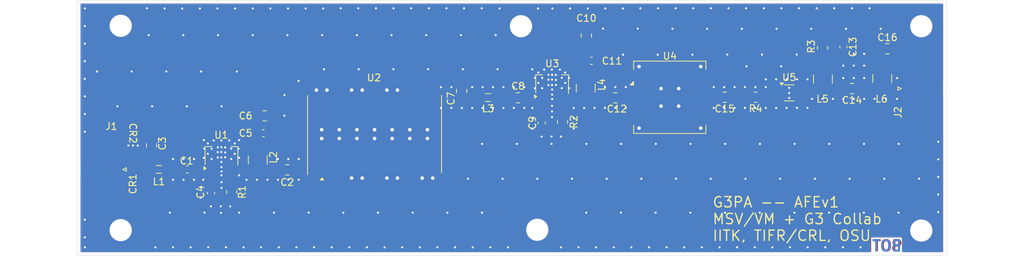
<source format=kicad_pcb>
(kicad_pcb (version 20241229) (generator "pcbnew") (generator_version "9.0")
  (layers (0 "F.Cu" signal) (2 "B.Cu" signal) (13 "F.Paste" user) (15 "B.Paste" user) (5 "F.SilkS" user "F.Silkscreen") (7 "B.SilkS" user "B.Silkscreen") (1 "F.Mask" user) (3 "B.Mask" user) (25 "Edge.Cuts" user))
  (net 0 "")
  (net 1 "Net-(C1-Pad1)")
  (net 2 "Net-(C1-Pad2)")
  (net 3 "Net-(U2-RFIN)")
  (net 4 "Net-(C2-Pad1)")
  (net 5 "GND")
  (net 6 "Net-(J1-In)")
  (net 7 "Net-(C4-Pad2)")
  (net 8 "+5V")
  (net 9 "Net-(U2-RFOUT)")
  (net 10 "Net-(C8-Pad2)")
  (net 11 "Net-(C8-Pad1)")
  (net 12 "Net-(C9-Pad2)")
  (net 13 "Net-(C12-Pad1)")
  (net 14 "Net-(U4-RF_IN)")
  (net 15 "Net-(U5-RF-OUT{slash}Vdd)")
  (net 16 "Net-(J2-In)")
  (net 17 "Net-(C15-Pad1)")
  (net 18 "Net-(U4-RF_OUT)")
  (net 19 "Net-(L5-Pad1)")
  (net 20 "Net-(U5-RF-IN)")
  (net 21 "Net-(CR1-Pad2)")
  (footprint "Resistor_SMD:R_0805_2012Metric" (layer "F.Cu") (at 156.66125 92.86 90)
    (property "Reference" "R2")
    (property "Value" "R_Small")
  )
  (footprint "MountingHole:MountingHole_3.2mm_M3_DIN965_Pad" (layer "F.Cu") (at 205.10725 79.06)
    (property "Reference" "H5" (hide yes))
    (property "Value" "MountingHole_Pad")
  )
  (footprint "Inductor_SMD:L_1210_3225Metric" (layer "F.Cu") (at 160.00625 87.99 -90)
    (property "Reference" "L4")
    (property "Value" "L_Small")
  )
  (footprint "Connector_Coaxial:SMA_Amphenol_132289_EdgeMount" (layer "F.Cu") (at 208.68225 88.06)
    (property "Reference" "J2")
    (property "Value" "Conn_Coaxial")
  )
  (footprint "MountingHole:MountingHole_3.2mm_M3_DIN965_Pad" (layer "F.Cu") (at 208.35725 108.06)
    (property "Reference" "H6" (hide yes))
    (property "Value" "MountingHole_Pad")
  )
  (footprint "MountingHole:MountingHole_3.2mm_M3_DIN965_Pad" (layer "F.Cu") (at 155.799125 105.7775)
    (property "Reference" "H4" (hide yes))
    (property "Value" "MountingHole_Pad")
  )
  (footprint "Capacitor_SMD:C_0805_2012Metric" (layer "F.Cu") (at 198.38125 88.06 180)
    (property "Reference" "C14")
    (property "Value" "C_Small")
  )
  (footprint "Package_TO_SOT_SMD:SOT-363_SC-70-6_Handsoldering" (layer "F.Cu") (at 189.33125 88.685)
    (property "Reference" "U5")
    (property "Value" "~")
  )
  (footprint "Connector_Coaxial:SMA_Amphenol_132289_EdgeMount" (layer "F.Cu") (at 90.1025 99.74 180)
    (property "Reference" "J1")
    (property "Value" "Conn_Coaxial")
  )
  (footprint "Capacitor_SMD:C_0805_2012Metric" (layer "F.Cu") (at 203.48125 82.31 180)
    (property "Reference" "C16")
    (property "Value" "C_Small")
  )
  (footprint "Inductor_SMD:L_1210_3225Metric" (layer "F.Cu") (at 202.73125 86.62 -90)
    (property "Reference" "L6")
    (property "Value" "L_Small")
  )
  (footprint "Capacitor_SMD:C_0805_2012Metric" (layer "F.Cu") (at 164.25625 89.4)
    (property "Reference" "C12")
    (property "Value" "C_Small")
  )
  (footprint "Capacitor_SMD:C_0805_2012Metric" (layer "F.Cu") (at 150.25625 89.39)
    (property "Reference" "C8")
    (property "Value" "C_Small")
  )
  (footprint "Package_TO_SOT_SMD:SOT-89-3" (layer "F.Cu") (at 155.16125 87.44 90)
    (property "Reference" "U3")
    (property "Value" "PHA-13LN")
  )
  (footprint "Capacitor_SMD:C_0603_1608Metric" (layer "F.Cu") (at 197.13125 82.06 90)
    (property "Reference" "C13")
    (property "Value" "C_Small")
  )
  (footprint "Capacitor_SMD:C_0603_1608Metric" (layer "F.Cu") (at 102.59 99.73)
    (property "Reference" "C1")
    (property "Value" "C_Small")
  )
  (footprint "Capacitor_SMD:C_0603_1608Metric" (layer "F.Cu") (at 153.66125 93.01 -90)
    (property "Reference" "C9")
    (property "Value" "C_Small")
  )
  (footprint "Package_TO_SOT_SMD:SOT-89-3" (layer "F.Cu") (at 107.52 97.8 90)
    (property "Reference" "U1")
    (property "Value" "PHA-13LN")
  )
  (footprint "Inductor_SMD:L_0805_2012Metric" (layer "F.Cu") (at 98.5 99.73)
    (property "Reference" "L1")
    (property "Value" "L_Small")
  )
  (footprint "Capacitor_SMD:C_0603_1608Metric" (layer "F.Cu") (at 113.55 94.5)
    (property "Reference" "C5" (hide yes))
    (property "Value" "C_Small")
  )
  (footprint "SP3021:SOD882_LTF" (layer "F.Cu") (at 94.76 99.0429 90)
    (property "Reference" "CR1")
    (property "Value" "SP3031-01ETG")
  )
  (footprint "MountingHole:MountingHole_3.2mm_M3_DIN965_Pad" (layer "F.Cu") (at 94.32 82.17)
    (property "Reference" "H1" (hide yes))
    (property "Value" "MountingHole_Pad")
  )
  (footprint "Inductor_SMD:L_1210_3225Metric" (layer "F.Cu") (at 112.75 98.375 -90)
    (property "Reference" "L2")
    (property "Value" "L_Small")
  )
  (footprint "Capacitor_SMD:C_0603_1608Metric" (layer "F.Cu") (at 106 103.15 -90)
    (property "Reference" "C4")
    (property "Value" "C_Small")
  )
  (footprint "Inductor_SMD:L_1210_3225Metric" (layer "F.Cu") (at 194.18125 86.685 -90)
    (property "Reference" "L5")
    (property "Value" "L_Small")
  )
  (footprint "MountingHole:MountingHole_3.2mm_M3_DIN965_Pad" (layer "F.Cu") (at 152.92125 77.87)
    (property "Reference" "H3" (hide yes))
    (property "Value" "MountingHole_Pad")
  )
  (footprint "Resistor_SMD:R_0805_2012Metric" (layer "F.Cu") (at 109 103 90)
    (property "Reference" "R1")
    (property "Value" "R_Small")
  )
  (footprint "Capacitor_SMD:C_0805_2012Metric" (layer "F.Cu") (at 97.45 96.25 -90)
    (property "Reference" "C3")
    (property "Value" "C_Small")
  )
  (footprint "Inductor_SMD:L_0805_2012Metric" (layer "F.Cu") (at 145.93125 89.36)
    (property "Reference" "L3")
    (property "Value" "L_Small")
  )
  (footprint "Capacitor_SMD:C_0805_2012Metric" (layer "F.Cu") (at 142.13125 88.41 -90)
    (property "Reference" "C7")
    (property "Value" "C_Small")
  )
  (footprint "RF_Mini-Circuits:Mini-Circuits_GP731_LandPatternPL-176" (layer "F.Cu") (at 172.13125 89.33)
    (property "Reference" "U4")
    (property "Value" "~")
  )
  (footprint "Capacitor_SMD:C_0805_2012Metric" (layer "F.Cu") (at 117 99.8)
    (property "Reference" "C2")
    (property "Value" "C_Small")
  )
  (footprint "Resistor_SMD:R_0805_2012Metric" (layer "F.Cu") (at 194.13125 82.185 90)
    (property "Reference" "R3")
    (property "Value" "R_Small")
  )
  (footprint "SP3021:SOD882_LTF" (layer "F.Cu") (at 94.76 97.2129 -90)
    (property "Reference" "CR2")
    (property "Value" "SP3031-01ETG")
  )
  (footprint "MountingHole:MountingHole_3.2mm_M3_DIN965_Pad" (layer "F.Cu") (at 93.25 108.5)
    (property "Reference" "H2" (hide yes))
    (property "Value" "MountingHole_Pad")
  )
  (footprint "Capacitor_SMD:C_0805_2012Metric" (layer "F.Cu") (at 160.1 80.4 90)
    (property "Reference" "C10")
    (property "Value" "C_Small")
  )
  (footprint "Capacitor_SMD:C_0805_2012Metric" (layer "F.Cu") (at 113.75 92)
    (property "Reference" "C6" (hide yes))
    (property "Value" "C_Small")
  )
  (footprint "Capacitor_SMD:C_0603_1608Metric" (layer "F.Cu") (at 160.83125 84.06)
    (property "Reference" "C11")
    (property "Value" "C_Small")
  )
  (footprint "Capacitor_SMD:C_0805_2012Metric" (layer "F.Cu") (at 180.03125 89.31 180)
    (property "Reference" "C15")
    (property "Value" "C_Small")
  )
  (footprint "Resistor_SMD:R_0805_2012Metric" (layer "F.Cu") (at 184.48125 89.31 180)
    (property "Reference" "R4")
    (property "Value" "R_Small")
  )
  (footprint "RF_Mini-Circuits:Mini-Circuits_HF1139_LandPatternPL-230" (layer "F.Cu") (at 129.58 94.635 90)
    (property "Reference" "U2")
    (property "Value" "~")
  )
  (gr_rect (start 86.715 75.3) (end 212 112.175) (stroke (width 0.05)) (fill no) (layer "Edge.Cuts"))
  (gr_text "TOP" (at 201.2 111.65 0) (layer "F.Cu") (effects (font (size 1.5 1.5) (thickness 0.3) (bold yes)) (justify left bottom)))
  (gr_text "BOT" (at 205.714 111.65 0) (layer "B.Cu") (effects (font (size 1.5 1.5) (thickness 0.3) (bold yes)) (justify left bottom mirror)))
  (gr_text "C6" (at 111 92 0) (layer "F.SilkS") (effects (font (size 1 1))))
  (gr_text "C5" (at 111 94.5 0) (layer "F.SilkS") (effects (font (size 1 1))))
  (gr_text "G3PA -- AFEv1\nMSV/VM + G3 Collab\nIITK, TIFR/CRL, OSU" (at 178.175 110.175 0) (layer "F.SilkS") (effects (font (size 1.5 1.5) (thickness 0.1875)) (justify left bottom)))
  (segment (start 99.65 99.73) (end 101.75 99.73) (width 1) (layer "F.Cu") (net 1))
  (segment (start 106.02 102.355) (end 106 102.375) (width 1) (layer "F.Cu") (net 2))
  (segment (start 103.45 99.73) (end 106 99.73) (width 1) (layer "F.Cu") (net 2))
  (segment (start 106.02 99.75) (end 106.02 102.355) (width 1) (layer "F.Cu") (net 2))
  (segment (start 106 99.73) (end 106.02 99.75) (width 1) (layer "F.Cu") (net 2))
  (segment (start 121.8545 99.8) (end 121.96 99.9055) (width 1) (layer "F.Cu") (net 3))
  (segment (start 117.95 99.8) (end 121.8545 99.8) (width 1) (layer "F.Cu") (net 3))
  (segment (start 109.02 102.0675) (end 109 102.0875) (width 1) (layer "F.Cu") (net 4))
  (segment (start 112.725 99.75) (end 112.75 99.775) (width 1) (layer "F.Cu") (net 4))
  (segment (start 109.02 99.75) (end 112.725 99.75) (width 1) (layer "F.Cu") (net 4))
  (segment (start 112.75 99.775) (end 116.025 99.775) (width 1) (layer "F.Cu") (net 4))
  (segment (start 109.02 99.75) (end 109.02 102.0675) (width 1) (layer "F.Cu") (net 4))
  (segment (start 116.025 99.775) (end 116.05 99.8) (width 1) (layer "F.Cu") (net 4))
  (segment (start 97.5 95.25) (end 97.45 95.3) (width 0.2) (layer "F.Cu") (net 5))
  (via (at 115.075 105.975) (size 0.6) (drill 0.3) (layers "F.Cu" "B.Cu") (net 5))
  (via (at 152.325 93.875) (size 0.6) (drill 0.3) (layers "F.Cu" "B.Cu") (net 5))
  (via (at 109.725 85.6) (size 0.6) (drill 0.3) (layers "F.Cu" "B.Cu") (net 5))
  (via (at 183.175 84.85) (size 0.6) (drill 0.3) (layers "F.Cu" "B.Cu") (net 5))
  (via (at 136.1 110.975) (size 0.6) (drill 0.3) (layers "F.Cu" "B.Cu") (net 5))
  (via (at 185.1 96.05) (size 0.6) (drill 0.3) (layers "F.Cu" "B.Cu") (net 5))
  (via (at 153.175 87.255) (size 0.6) (drill 0.3) (layers "F.Cu" "B.Cu") (net 5))
  (via (at 172.96 76.475) (size 0.6) (drill 0.3) (layers "F.Cu" "B.Cu") (net 5))
  (via (at 198.625 84.75) (size 0.6) (drill 0.3) (layers "F.Cu" "B.Cu") (net 5))
  (via (at 145.075 96.05) (size 0.6) (drill 0.3) (layers "F.Cu" "B.Cu") (net 5))
  (via (at 190.45 86.725) (size 0.6) (drill 0.3) (layers "F.Cu" "B.Cu") (net 5))
  (via (at 152.675 88.005) (size 0.6) (drill 0.3) (layers "F.Cu" "B.Cu") (net 5))
  (via (at 155.075 96.05) (size 0.6) (drill 0.3) (layers "F.Cu" "B.Cu") (net 5))
  (via (at 152.3 85.275) (size 0.6) (drill 0.3) (layers "F.Cu" "B.Cu") (net 5))
  (via (at 165.375 83.175) (size 0.6) (drill 0.3) (layers "F.Cu" "B.Cu") (net 5))
  (via (at 110.06 100.585) (size 0.6) (drill 0.3) (layers "F.Cu" "B.Cu") (net 5))
  (via (at 87.825 76.495) (size 0.6) (drill 0.3) (layers "F.Cu" "B.Cu") (net 5))
  (via (at 158.275 93.85) (size 0.6) (drill 0.3) (layers "F.Cu" "B.Cu") (net 5))
  (via (at 128.48 110.975) (size 0.6) (drill 0.3) (layers "F.Cu" "B.Cu") (net 5))
  (via (at 162.775 90.85) (size 0.6) (drill 0.3) (layers "F.Cu" "B.Cu") (net 5))
  (via (at 158.265 92.35) (size 0.6) (drill 0.3) (layers "F.Cu" "B.Cu") (net 5))
  (via (at 183.12 76.475) (size 0.6) (drill 0.3) (layers "F.Cu" "B.Cu") (net 5))
  (via (at 204.875 86.55) (size 0.6) (drill 0.3) (layers "F.Cu" "B.Cu") (net 5))
  (via (at 180.58 76.475) (size 0.6) (drill 0.3) (layers "F.Cu" "B.Cu") (net 5))
  (via (at 97.525 90.625) (size 0.6) (drill 0.3) (layers "F.Cu" "B.Cu") (net 5))
  (via (at 141.18 110.975) (size 0.6) (drill 0.3) (layers "F.Cu" "B.Cu") (net 5))
  (via (at 153.175 85.755) (size 0.6) (drill 0.3) (layers "F.Cu" "B.Cu") (net 5))
  (via (at 186.9 110.975) (size 0.6) (drill 0.3) (layers "F.Cu" "B.Cu") (net 5))
  (via (at 112.025 76.5) (size 0.6) (drill 0.3) (layers "F.Cu" "B.Cu") (net 5))
  (via (at 102.05 101.225) (size 0.6) (drill 0.3) (layers "F.Cu" "B.Cu") (net 5))
  (via (at 154.63125 86.78) (size 0.6) (drill 0.3) (layers "F.Cu" "B.Cu") (net 5))
  (via (at 170.42 76.475) (size 0.6) (drill 0.3) (layers "F.Cu" "B.Cu") (net 5))
  (via (at 168.025 101.075) (size 0.6) (drill 0.3) (layers "F.Cu" "B.Cu") (net 5))
  (via (at 122.185 76.5) (size 0.6) (drill 0.3) (layers "F.Cu" "B.Cu") (net 5))
  (via (at 99.325 76.5) (size 0.6) (drill 0.3) (layers "F.Cu" "B.Cu") (net 5))
  (via (at 203.275 89.55) (size 0.6) (drill 0.3) (layers "F.Cu" "B.Cu") (net 5))
  (via (at 129.775 76.475) (size 0.6) (drill 0.3) (layers "F.Cu" "B.Cu") (net 5))
  (via (at 155.15 92.175) (size 0.6) (drill 0.3) (layers "F.Cu" "B.Cu") (net 5))
  (via (at 155.075 94.99) (size 0.6) (drill 0.3) (layers "F.Cu" "B.Cu") (net 5))
  (via (at 181.45 90.85) (size 0.6) (drill 0.3) (layers "F.Cu" "B.Cu") (net 5))
  (via (at 117.15 101.225) (size 0.6) (drill 0.3) (layers "F.Cu" "B.Cu") (net 5))
  (via (at 143.65 87.86) (size 0.6) (drill 0.3) (layers "F.Cu" "B.Cu") (net 5))
  (via (at 158.275 90.86) (size 0.6) (drill 0.3) (layers "F.Cu" "B.Cu") (net 5))
  (via (at 189.44 110.975) (size 0.6) (drill 0.3) (layers "F.Cu" "B.Cu") (net 5))
  (via (at 181.45 87.85) (size 0.6) (drill 0.3) (layers "F.Cu" "B.Cu") (net 5))
  (via (at 185.4 83.15) (size 0.6) (drill 0.3) (layers "F.Cu" "B.Cu") (net 5))
  (via (at 210.8 98.28) (size 0.6) (drill 0.3) (layers "F.Cu" "B.Cu") (net 5))
  (via (at 155.145 90.555) (size 0.6) (drill 0.3) (layers "F.Cu" "B.Cu") (net 5))
  (via (at 198.625 89.55) (size 0.6) (drill 0.3) (layers "F.Cu" "B.Cu") (net 5))
  (via (at 111.125 101.23) (size 0.6) (drill 0.3) (layers "F.Cu" "B.Cu") (net 5))
  (via (at 164.275 87.85) (size 0.6) (drill 0.3) (layers "F.Cu" "B.Cu") (net 5))
  (via (at 94.575 85.6) (size 0.6) (drill 0.3) (layers "F.Cu" "B.Cu") (net 5))
  (via (at 167.88 76.475) (size 0.6) (drill 0.3) (layers "F.Cu" "B.Cu") (net 5))
  (via (at 165.775 90.85) (size 0.6) (drill 0.3) (layers "F.Cu" "B.Cu") (net 5))
  (via (at 117.15 98.23) (size 0.6) (drill 0.3) (layers "F.Cu" "B.Cu") (net 5))
  (via (at 122.3 85.275) (size 0.6) (drill 0.3) (layers "F.Cu" "B.Cu") (net 5))
  (via (at 147.59 76.5) (size 0.6) (drill 0.3) (layers "F.Cu" "B.Cu") (net 5))
  (via (at 191.95 86.725) (size 0.6) (drill 0.3) (layers "F.Cu" "B.Cu") (net 5))
  (via (at 106.98 98.02) (size 0.6) (drill 0.3) (layers "F.Cu" "B.Cu") (net 5))
  (via (at 108.925 98.23) (size 0.6) (drill 0.3) (layers "F.Cu" "B.Cu") (net 5))
  (via (at 160.29 76.5) (size 0.6) (drill 0.3) (layers "F.Cu" "B.Cu") (net 5))
  (via (at 145.015 76.475) (size 0.6) (drill 0.3) (layers "F.Cu" "B.Cu") (net 5))
  (via (at 140.65 87.86) (size 0.6) (drill 0.3) (layers "F.Cu" "B.Cu") (net 5))
  (via (at 193.28 76.475) (size 0.6) (drill 0.3) (layers "F.Cu" "B.Cu") (net 5))
  (via (at 197.5 79.425) (size 0.6) (drill 0.3) (layers "F.Cu" "B.Cu") (net 5))
  (via (at 197.125 86.55) (size 0.6) (drill 0.3) (layers "F.Cu" "B.Cu") (net 5))
  (via (at 146.65 90.86) (size 0.6) (drill 0.3) (layers "F.Cu" "B.Cu") (net 5))
  (via (at 157.6 86.525) (size 0.6) (drill 0.3) (layers "F.Cu" "B.Cu") (net 5))
  (via (at 197.125 89.55) (size 0.6) (drill 0.3) (layers "F.Cu" "B.Cu") (net 5))
  (via (at 210.8 95.74) (size 0.6) (drill 0.3) (layers "F.Cu" "B.Cu") (net 5))
  (via (at 132.3 85.275) (size 0.6) (drill 0.3) (layers "F.Cu" "B.Cu") (net 5))
  (via (at 189.325 89.425) (size 0.6) (drill 0.3) (layers "F.Cu" "B.Cu") (net 5))
  (via (at 182.95 90.85) (size 0.6) (drill 0.3) (layers "F.Cu" "B.Cu") (net 5))
  (via (at 153.65 95) (size 0.6) (drill 0.3) (layers "F.Cu" "B.Cu") (net 5))
  (via (at 120.86 110.975) (size 0.6) (drill 0.3) (layers "F.Cu" "B.Cu") (net 5))
  (via (at 153.025 101.075) (size 0.6) (drill 0.3) (layers "F.Cu" "B.Cu") (net 5))
  (via (at 155.15125 86.77) (size 0.6) (drill 0.3) (layers "F.Cu" "B.Cu") (net 5))
  (via (at 142.475 76.475) (size 0.6) (drill 0.3) (layers "F.Cu" "B.Cu") (net 5))
  (via (at 142.15 90.86) (size 0.6) (drill 0.3) (layers "F.Cu" "B.Cu") (net 5))
  (via (at 198.025 101.075) (size 0.6) (drill 0.3) (layers "F.Cu" "B.Cu") (net 5))
  (via (at 185.95 86.725) (size 0.6) (drill 0.3) (layers "F.Cu" "B.Cu") (net 5))
  (via (at 103.55 98.23) (size 0.6) (drill 0.3) (layers "F.Cu" "B.Cu") (net 5))
  (via (at 155.125 85.325) (size 0.6) (drill 0.3) (layers "F.Cu" "B.Cu") (net 5))
  (via (at 158.025 101.075) (size 0.6) (drill 0.3) (layers "F.Cu" "B.Cu") (net 5))
  (via (at 94.76 96.28) (size 0.6) (drill 0.3) (layers "F.Cu" "B.Cu") (net 5))
  (via (at 117.025 80.35) (size 0.6) (drill 0.3) (layers "F.Cu" "B.Cu") (net 5))
  (via (at 197.06 110.975) (size 0.6) (drill 0.3) (layers "F.Cu" "B.Cu") (net 5))
  (via (at 100.54 110.975) (size 0.6) (drill 0.3) (layers "F.Cu" "B.Cu") (net 5))
  (via (at 190.74 76.475) (size 0.6) (drill 0.3) (layers "F.Cu" "B.Cu") (net 5))
  (via (at 114.15 101.225) (size 0.6) (drill 0.3) (layers "F.Cu" "B.Cu") (net 5))
  (via (at 178.45 90.86) (size 0.6) (drill 0.3) (layers "F.Cu" "B.Cu") (net 5))
  (via (at 202.5 79.425) (size 0.6) (drill 0.3) (layers "F.Cu" "B.Cu") (net 5))
  (via (at 190.4 83.15) (size 0.6) (drill 0.3) (layers "F.Cu" "B.Cu") (net 5))
  (via (at 87.84 110.975) (size 0.6) (drill 0.3) (layers "F.Cu" "B.Cu") (net 5))
  (via (at 181.82 110.975) (size 0.6) (drill 0.3) (layers "F.Cu" "B.Cu") (net 5))
  (via (at 132.025 80.35) (size 0.6) (drill 0.3) (layers "F.Cu" "B.Cu") (net 5))
  (via (at 210.8 100.82) (size 0.6) (drill 0.3) (layers "F.Cu" "B.Cu") (net 5))
  (via (at 109.425 97.48) (size 0.6) (drill 0.3) (layers "F.Cu" "B.Cu") (net 5))
  (via (at 105.05 96.73) (size 0.6) (drill 0.3) (layers "F.Cu" "B.Cu") (net 5))
  (via (at 107.5 95.55) (size 0.6) (drill 0.3) (layers "F.Cu" "B.Cu") (net 5))
  (via (at 155.15 91.35) (size 0.6) (drill 0.3) (layers "F.Cu" "B.Cu") (net 5))
  (via (at 191.95 90.84) (size 0.6) (drill 0.3) (layers "F.Cu" "B.Cu") (net 5))
  (via (at 101.865 76.5) (size 0.6) (drill 0.3) (layers "F.Cu" "B.Cu") (net 5))
  (via (at 139.935 76.475) (size 0.6) (drill 0.3) (layers "F.Cu" "B.Cu") (net 5))
  (via (at 132.315 76.475) (size 0.6) (drill 0.3) (layers "F.Cu" "B.Cu") (net 5))
  (via (at 87.825 109.54) (size 0.6) (drill 0.3) (layers "F.Cu" "B.Cu") (net 5))
  (via (at 127.3 85.275) (size 0.6) (drill 0.3) (layers "F.Cu" "B.Cu") (net 5))
  (via (at 154.63125 87.56) (size 0.6) (drill 0.3) (layers "F.Cu" "B.Cu") (net 5))
  (via (at 167.5 79.405) (size 0.6) (drill 0.3) (layers "F.Cu" "B.Cu") (net 5))
  (via (at 152.315 90.875) (size 0.6) (drill 0.3) (layers "F.Cu" "B.Cu") (net 5))
  (via (at 109.975 96.75) (size 0.6) (drill 0.3) (layers "F.Cu" "B.Cu") (net 5))
  (via (at 165.37 76.5) (size 0.6) (drill 0.3) (layers "F.Cu" "B.Cu") (net 5))
  (via (at 143.72 110.975) (size 0.6) (drill 0.3) (layers "F.Cu" "B.Cu") (net 5))
  (via (at 103.08 110.975) (size 0.6) (drill 0.3) (layers "F.Cu" "B.Cu") (net 5))
  (via (at 198.625 83.05) (size 0.6) (drill 0.3) (layers "F.Cu" "B.Cu") (net 5))
  (via (at 200.9 76.475) (size 0.6) (drill 0.3) (layers "F.Cu" "B.Cu") (net 5))
  (via (at 179.95 90.86) (size 0.6) (drill 0.3) (layers "F.Cu" "B.Cu") (net 5))
  (via (at 105.55 95.98) (size 0.6) (drill 0.3) (layers "F.Cu" "B.Cu") (net 5))
  (via (at 195.82 76.475) (size 0.6) (drill 0.3) (layers "F.Cu" "B.Cu") (net 5))
  (via (at 187.45 86.725) (size 0.6) (drill 0.3) (layers "F.Cu" "B.Cu") (net 5))
  (via (at 148.15 87.86) (size 0.6) (drill 0.3) (layers "F.Cu" "B.Cu") (net 5))
  (via (at 110.7 110.975) (size 0.6) (drill 0.3) (layers "F.Cu" "B.Cu") (net 5))
  (via (at 87.825 91.735) (size 0.6) (drill 0.3) (layers "F.Cu" "B.Cu") (net 5))
  (via (at 118.65 101.225) (size 0.6) (drill 0.3) (layers "F.Cu" "B.Cu") (net 5))
  (via (at 154.025 85.325) (size 0.6) (drill 0.3) (layers "F.Cu" "B.Cu") (net 5))
  (via (at 153.125 76.5) (size 0.6) (drill 0.3) (layers "F.Cu" "B.Cu") (net 5))
  (via (at 87.825 106.99) (size 0.6) (drill 0.3) (layers "F.Cu" "B.Cu") (net 5))
  (via (at 104.9 101.225) (size 0.6) (drill 0.3) (layers "F.Cu" "B.Cu") (net 5))
  (via (at 185.95 87.85) (size 0.6) (drill 0.3) (layers "F.Cu" "B.Cu") (net 5))
  (via (at 97.025 80.35) (size 0.6) (drill 0.3) (layers "F.Cu" "B.Cu") (net 5))
  (via (at 157.05 87.255) (size 0.6) (drill 0.3) (layers "F.Cu" "B.Cu") (net 5))
  (via (at 192.5 79.425) (size 0.6) (drill 0.3) (layers "F.Cu" "B.Cu") (net 5))
  (via (at 115.78 110.975) (size 0.6) (drill 0.3) (layers "F.Cu" "B.Cu") (net 5))
  (via (at 172.5 79.425) (size 0.6) (drill 0.3) (layers "F.Cu" "B.Cu") (net 5))
  (via (at 112.625 101.225) (size 0.6) (drill 0.3) (layers "F.Cu" "B.Cu") (net 5))
  (via (at 143.65 90.86) (size 0.6) (drill 0.3) (layers "F.Cu" "B.Cu") (net 5))
  (via (at 210.8 103.36) (size 0.6) (drill 0.3) (layers "F.Cu" "B.Cu") (net 5))
  (via (at 120.075 105.975) (size 0.6) (drill 0.3) (layers "F.Cu" "B.Cu") (net 5))
  (via (at 184.36 110.975) (size 0.6) (drill 0.3) (layers "F.Cu" "B.Cu") (net 5))
  (via (at 107.525 101.575) (size 0.6) (drill 0.3) (layers "F.Cu" "B.Cu") (net 5))
  (via (at 205.075 105.975) (size 0.6) (drill 0.3) (layers "F.Cu" "B.Cu") (net 5))
  (via (at 200.125 83.05) (size 0.6) (drill 0.3) (layers "F.Cu" "B.Cu") (net 5))
  (via (at 105.62 110.975) (size 0.6) (drill 0.3) (layers "F.Cu" "B.Cu") (net 5))
  (via (at 200.075 105.975) (size 0.6) (drill 0.3) (layers "F.Cu" "B.Cu") (net 5))
  (via (at 195.625 89.55) (size 0.6) (drill 0.3) (layers "F.Cu" "B.Cu") (net 5))
  (via (at 163.025 101.075) (size 0.6) (drill 0.3) (layers "F.Cu" "B.Cu") (net 5))
  (via (at 156.55 86.505) (size 0.6) (drill 0.3) (layers "F.Cu" "B.Cu") (net 5))
  (via (at 154.64125 86.08) (size 0.6) (drill 0.3) (layers "F.Cu" "B.Cu") (net 5))
  (via (at 197.125 84.75) (size 0.6) (drill 0.3) (layers "F.Cu" "B.Cu") (net 5))
  (via (at 104.98 98.045) (size 0.6) (drill 0.3) (layers "F.Cu" "B.Cu") (net 5))
  (via (at 161.275 90.85) (size 0.6) (drill 0.3) (layers "F.Cu" "B.Cu") (net 5))
  (via (at 176.74 110.975) (size 0.6) (drill 0.3) (layers "F.Cu" "B.Cu") (net 5))
  (via (at 131.02 110.975) (size 0.6) (drill 0.3) (layers "F.Cu" "B.Cu") (net 5))
  (via (at 165.1 96.05) (size 0.6) (drill 0.3) (layers "F.Cu" "B.Cu") (net 5))
  (via (at 100.075 105.975) (size 0.6) (drill 0.3) (layers "F.Cu" "B.Cu") (net 5))
  (via (at 104.575 85.6) (size 0.6) (drill 0.3) (layers "F.Cu" "B.Cu") (net 5))
  (via (at 109.425 95.98) (size 0.6) (drill 0.3) (layers "F.Cu" "B.Cu") (net 5))
  (via (at 200.125 84.75) (size 0.6) (drill 0.3) (layers "F.Cu" "B.Cu") (net 5))
  (via (at 108.04 96.55) (size 0.6) (drill 0.3) (layers "F.Cu" "B.Cu") (net 5))
  (via (at 204.875 89.55) (size 0.6) (drill 0.3) (layers "F.Cu" "B.Cu") (net 5))
  (via (at 200.125 89.55) (size 0.6) (drill 0.3) (layers "F.Cu" "B.Cu") (net 5))
  (via (at 107.525 102.4) (size 0.6) (drill 0.3) (layers "F.Cu" "B.Cu") (net 5))
  (via (at 185.66 76.475) (size 0.6) (drill 0.3) (layers "F.Cu" "B.Cu") (net 5))
  (via (at 188.95 86.725) (size 0.6) (drill 0.3) (layers "F.Cu" "B.Cu") (net 5))
  (via (at 108.06 97.28) (size 0.6) (drill 0.3) (layers "F.Cu" "B.Cu") (net 5))
  (via (at 187.45 90.85) (size 0.6) (drill 0.3) (layers "F.Cu" "B.Cu") (net 5))
  (via (at 123.4 110.975) (size 0.6) (drill 0.3) (layers "F.Cu" "B.Cu") (net 5))
  (via (at 170.375 83.175) (size 0.6) (drill 0.3) (layers "F.Cu" "B.Cu") (net 5))
  (via (at 175.075 105.975) (size 0.6) (drill 0.3) (layers "F.Cu" "B.Cu") (net 5))
  (via (at 110.075 105.975) (size 0.6) (drill 0.3) (layers "F.Cu" "B.Cu") (net 5))
  (via (at 149.65 90.85) (size 0.6) (drill 0.3) (layers "F.Cu" "B.Cu") (net 5))
  (via (at 148.8 110.975) (size 0.6) (drill 0.3) (layers "F.Cu" "B.Cu") (net 5))
  (via (at 155.17125 89.57) (size 0.6) (drill 0.3) (layers "F.Cu" "B.Cu") (net 5))
  (via (at 138.64 110.975) (size 0.6) (drill 0.3) (layers "F.Cu" "B.Cu") (net 5))
  (via (at 104.405 76.5) (size 0.6) (drill 0.3) (layers "F.Cu" "B.Cu") (net 5))
  (via (at 210.8 105.9) (size 0.6) (drill 0.3) (layers "F.Cu" "B.Cu") (net 5))
  (via (at 105.075 105.975) (size 0.6) (drill 0.3) (layers "F.Cu" "B.Cu") (net 5))
  (via (at 87.825 81.575) (size 0.6) (drill 0.3) (layers "F.Cu" "B.Cu") (net 5))
  (via (at 166.58 110.975) (size 0.6) (drill 0.3) (layers "F.Cu" "B.Cu") (net 5))
  (via (at 116.575 91.975) (size 0.6) (drill 0.3) (layers "F.Cu" "B.Cu") (net 5))
  (via (at 170.075 105.975) (size 0.6) (drill 0.3) (layers "F.Cu" "B.Cu") (net 5))
  (via (at 137.025 80.35) (size 0.6) (drill 0.3) (layers "F.Cu" "B.Cu") (net 5))
  (via (at 87.825 89.195) (size 0.6) (drill 0.3) (layers "F.Cu" "B.Cu") (net 5))
  (via (at 135.075 105.975) (size 0.6) (drill 0.3) (layers "F.Cu" "B.Cu") (net 5))
  (via (at 188.025 101.075) (size 0.6) (drill 0.3) (layers "F.Cu" "B.Cu") (net 5))
  (via (at 155.69125 86.09) (size 0.6) (drill 0.3) (layers "F.Cu" "B.Cu") (net 5))
  (via (at 178.04 76.475) (size 0.6) (drill 0.3) (layers "F.Cu" "B.Cu") (net 5))
  (via (at 199.6 110.975) (size 0.6) (drill 0.3) (layers "F.Cu" "B.Cu") (net 5))
  (via (at 177.5 79.425) (size 0.6) (drill 0.3) (layers "F.Cu" "B.Cu") (net 5))
  (via (at 133.56 110.975) (size 0.6) (drill 0.3) (layers "F.Cu" "B.Cu") (net 5))
  (via (at 118.32 110.975) (size 0.6) (drill 0.3) (layers "F.Cu" "B.Cu") (net 5))
  (via (at 178.025 101.075) (size 0.6) (drill 0.3) (layers "F.Cu" "B.Cu") (net 5))
  (via (at 147.3 85.275) (size 0.6) (drill 0.3) (layers "F.Cu" "B.Cu") (net 5))
  (via (at 180.1 96.05) (size 0.6) (drill 0.3) (layers "F.Cu" "B.Cu") (net 5))
  (via (at 104.52 102.3) (size 0.6) (drill 0.3) (layers "F.Cu" "B.Cu") (net 5))
  (via (at 200.1 96.05) (size 0.6) (drill 0.3) (layers "F.Cu" "B.Cu") (net 5))
  (via (at 193.025 101.075) (size 0.6) (drill 0.3) (layers "F.Cu" "B.Cu") (net 5))
  (via (at 127.235 76.475) (size 0.6) (drill 0.3) (layers "F.Cu" "B.Cu") (net 5))
  (via (at 108.65 95.55) (size 0.6) (drill 0.3) (layers "F.Cu" "B.Cu") (net 5))
  (via (at 107.425 105.065) (size 0.6) (drill 0.3) (layers "F.Cu" "B.Cu") (net 5))
  (via (at 115.65 101.225) (size 0.6) (drill 0.3) (layers "F.Cu" "B.Cu") (net 5))
  (via (at 124.695 76.475) (size 0.6) (drill 0.3) (layers "F.Cu" "B.Cu") (net 5))
  (via (at 140.075 105.975) (size 0.6) (drill 0.3) (layers "F.Cu" "B.Cu") (net 5))
  (via (at 107.5 98.01) (size 0.6) (drill 0.3) (layers "F.Cu" "B.Cu") (net 5))
  (via (at 87.825 84.115) (size 0.6) (drill 0.3) (layers "F.Cu" "B.Cu") (net 5))
  (via (at 92.525 90.625) (size 0.6) (drill 0.3) (layers "F.Cu" "B.Cu") (net 5))
  (via (at 203.025 101.075) (size 0.6) (drill 0.3) (layers "F.Cu" "B.Cu") (net 5))
  (via (at 119.645 76.5) (size 0.6) (drill 0.3) (layers "F.Cu" "B.Cu") (net 5))
  (via (at 108.06 97.99) (size 0.6) (drill 0.3) (layers "F.Cu" "B.Cu") (net 5))
  (via (at 162.83 76.5) (size 0.6) (drill 0.3) (layers "F.Cu" "B.Cu") (net 5))
  (via (at 160.1 96.05) (size 0.6) (drill 0.3) (layers "F.Cu" "B.Cu") (net 5))
  (via (at 100.55 98.23) (size 0.6) (drill 0.3) (layers "F.Cu" "B.Cu") (net 5))
  (via (at 145.15 90.86) (size 0.6) (drill 0.3) (layers "F.Cu" "B.Cu") (net 5))
  (via (at 158.96 110.975) (size 0.6) (drill 0.3) (layers "F.Cu" "B.Cu") (net 5))
  (via (at 140.65 90.86) (size 0.6) (drill 0.3) (layers "F.Cu" "B.Cu") (net 5))
  (via (at 142.3 85.275) (size 0.6) (drill 0.3) (layers "F.Cu" "B.Cu") (net 5))
  (via (at 105.55 97.48) (size 0.6) (drill 0.3) (layers "F.Cu" "B.Cu") (net 5))
  (via (at 110.06 98.045) (size 0.6) (drill 0.3) (layers "F.Cu" "B.Cu") (net 5))
  (via (at 155.15125 87.55) (size 0.6) (drill 0.3) (layers "F.Cu" "B.Cu") (net 5))
  (via (at 107.52 100.585) (size 0.6) (drill 0.3) (layers "F.Cu" "B.Cu") (net 5))
  (via (at 178.45 87.86) (size 0.6) (drill 0.3) (layers "F.Cu" "B.Cu") (net 5))
  (via (at 152.675 86.505) (size 0.6) (drill 0.3) (layers "F.Cu" "B.Cu") (net 5))
  (via (at 175.375 83.175) (size 0.6) (drill 0.3) (layers "F.Cu" "B.Cu") (net 5))
  (via (at 106.1 96.75) (size 0.6) (drill 0.3) (layers "F.Cu" "B.Cu") (net 5))
  (via (at 179.95 87.86) (size 0.6) (drill 0.3) (layers "F.Cu" "B.Cu") (net 5))
  (via (at 102.05 98.23) (size 0.6) (drill 0.3) (layers "F.Cu" "B.Cu") (net 5))
  (via (at 175.5 76.475) (size 0.6) (drill 0.3) (layers "F.Cu" "B.Cu") (net 5))
  (via (at 103.55 101.225) (size 0.6) (drill 0.3) (layers "F.Cu" "B.Cu") (net 5))
  (via (at 156.275 85.325) (size 0.6) (drill 0.3) (layers "F.Cu" "B.Cu") (net 5))
  (via (at 106.98 97.24) (size 0.6) (drill 0.3) (layers "F.Cu" "B.Cu") (net 5))
  (via (at 185.075 105.975) (size 0.6) (drill 0.3) (layers "F.Cu" "B.Cu") (net 5))
  (via (at 106 105.075) (size 0.6) (drill 0.3) (layers "F.Cu" "B.Cu") (net 5))
  (via (at 114.565 76.5) (size 0.6) (drill 0.3) (layers "F.Cu" "B.Cu") (net 5))
  (via (at 159.775 90.86) (size 0.6) (drill 0.3) (layers "F.Cu" "B.Cu") (net 5))
  (via (at 118.625 86.95) (size 0.6) (drill 0.3) (layers "F.Cu" "B.Cu") (net 5))
  (via (at 89.575 85.6) (size 0.6) (drill 0.3) (layers "F.Cu" "B.Cu") (net 5))
  (via (at 122.025 80.35) (size 0.6) (drill 0.3) (layers "F.Cu" "B.Cu") (net 5))
  (via (at 183.025 101.075) (size 0.6) (drill 0.3) (layers "F.Cu" "B.Cu") (net 5))
  (via (at 200.125 86.55) (size 0.6) (drill 0.3) (layers "F.Cu" "B.Cu") (net 5))
  (via (at 189.325 88.7) (size 0.6) (drill 0.3) (layers "F.Cu" "B.Cu") (net 5))
  (via (at 179.28 110.975) (size 0.6) (drill 0.3) (layers "F.Cu" "B.Cu") (net 5))
  (via (at 107.51 98.66) (size 0.6) (drill 0.3) (layers "F.Cu" "B.Cu") (net 5))
  (via (at 156.55 88.005) (size 0.6) (drill 0.3) (layers "F.Cu" "B.Cu") (net 5))
  (via (at 153.725 88.005) (size 0.6) (drill 0.3) (layers "F.Cu" "B.Cu") (net 5))
  (via (at 180.4 83.15) (size 0.6) (drill 0.3) (layers "F.Cu" "B.Cu") (net 5))
  (via (at 165.075 105.975) (size 0.6) (drill 0.3) (layers "F.Cu" "B.Cu") (net 5))
  (via (at 127.025 80.35) (size 0.6) (drill 0.3) (layers "F.Cu" "B.Cu") (net 5))
  (via (at 106.4 95.55) (size 0.6) (drill 0.3) (layers "F.Cu" "B.Cu") (net 5))
  (via (at 147.025 80.35) (size 0.6) (drill 0.3) (layers "F.Cu" "B.Cu") (net 5))
  (via (at 190.1 96.05) (size 0.6) (drill 0.3) (layers "F.Cu" "B.Cu") (net 5))
  (via (at 130.075 105.975) (size 0.6) (drill 0.3) (layers "F.Cu" "B.Cu") (net 5))
  (via (at 137.3 85.275) (size 0.6) (drill 0.3) (layers "F.Cu" "B.Cu") (net 5))
  (via (at 195.075 105.975) (size 0.6) (drill 0.3) (layers "F.Cu" "B.Cu") (net 5))
  (via (at 191.98 110.975) (size 0.6) (drill 0.3) (layers "F.Cu" "B.Cu") (net 5))
  (via (at 151.15 90.85) (size 0.6) (drill 0.3) (layers "F.Cu" "B.Cu") (net 5))
  (via (at 113.24 110.975) (size 0.6) (drill 0.3) (layers "F.Cu" "B.Cu") (net 5))
  (via (at 201.625 89.55) (size 0.6) (drill 0.3) (layers "F.Cu" "B.Cu") (net 5))
  (via (at 194.52 110.975) (size 0.6) (drill 0.3) (layers "F.Cu" "B.Cu") (net 5))
  (via (at 107.51 96.53) (size 0.6) (drill 0.3) (layers "F.Cu" "B.Cu") (net 5))
  (via (at 185.95 90.85) (size 0.6) (drill 0.3) (layers "F.Cu" "B.Cu") (net 5))
  (via (at 150.075 96.05) (size 0.6) (drill 0.3) (layers "F.Cu" "B.Cu") (net 5))
  (via (at 94.11 96.28) (size 0.6) (drill 0.3) (layers "F.Cu" "B.Cu") (net 5))
  (via (at 117.105 76.5) (size 0.6) (drill 0.3) (layers "F.Cu" "B.Cu") (net 5))
  (via (at 155.16125 86.07) (size 0.6) (drill 0.3) (layers "F.Cu" "B.Cu") (net 5))
  (via (at 108.16 110.975) (size 0.6) (drill 0.3) (layers "F.Cu" "B.Cu") (net 5))
  (via (at 153.725 86.525) (size 0.6) (drill 0.3) (layers "F.Cu" "B.Cu") (net 5))
  (via (at 107.52 100.03) (size 0.6) (drill 0.3) (layers "F.Cu" "B.Cu") (net 5))
  (via (at 173.025 101.075) (size 0.6) (drill 0.3) (layers "F.Cu" "B.Cu") (net 5))
  (via (at 106.945 76.5) (size 0.6) (drill 0.3) (layers "F.Cu" "B.Cu") (net 5))
  (via (at 107.45 106) (size 0.6) (drill 0.3) (layers "F.Cu" "B.Cu") (net 5))
  (via (at 161.5 110.975) (size 0.6) (drill 0.3) (layers "F.Cu" "B.Cu") (net 5))
  (via (at 116.6 89) (size 0.6) (drill 0.3) (layers "F.Cu" "B.Cu") (net 5))
  (via (at 171.66 110.975) (size 0.6) (drill 0.3) (layers "F.Cu" "B.Cu") (net 5))
  (via (at 169.12 110.975) (size 0.6) (drill 0.3) (layers "F.Cu" "B.Cu") (net 5))
  (via (at 110.06 95.505) (size 0.6) (drill 0.3) (layers "F.Cu" "B.Cu") (net 5))
  (via (at 149.65 87.85) (size 0.6) (drill 0.3) (layers "F.Cu" "B.Cu") (net 5))
  (via (at 155.21 76.5) (size 0.6) (drill 0.3) (layers "F.Cu" "B.Cu") (net 5))
  (via (at 118.65 98.23) (size 0.6) (drill 0.3) (layers "F.Cu" "B.Cu") (net 5))
  (via (at 109.485 76.5) (size 0.6) (drill 0.3) (layers "F.Cu" "B.Cu") (net 5))
  (via (at 157.6 88.005) (size 0.6) (drill 0.3) (layers "F.Cu" "B.Cu") (net 5))
  (via (at 139.15 90.86) (size 0.6) (drill 0.3) (layers "F.Cu" "B.Cu") (net 5))
  (via (at 107.52 99.4) (size 0.6) (drill 0.3) (layers "F.Cu" "B.Cu") (net 5))
  (via (at 106.1 98.23) (size 0.6) (drill 0.3) (layers "F.Cu" "B.Cu") (net 5))
  (via (at 190.45 90.84) (size 0.6) (drill 0.3) (layers "F.Cu" "B.Cu") (net 5))
  (via (at 174.2 110.975) (size 0.6) (drill 0.3) (layers "F.Cu" "B.Cu") (net 5))
  (via (at 108.925 96.73) (size 0.6) (drill 0.3) (layers "F.Cu" "B.Cu") (net 5))
  (via (at 142.025 80.35) (size 0.6) (drill 0.3) (layers "F.Cu" "B.Cu") (net 5))
  (via (at 107.5 97.23) (size 0.6) (drill 0.3) (layers "F.Cu" "B.Cu") (net 5))
  (via (at 164.275 90.85) (size 0.6) (drill 0.3) (layers "F.Cu" "B.Cu") (net 5))
  (via (at 112.025 80.35) (size 0.6) (drill 0.3) (layers "F.Cu" "B.Cu") (net 5))
  (via (at 160.075 105.975) (size 0.6) (drill 0.3) (layers "F.Cu" "B.Cu") (net 5))
  (via (at 156.425 94.99) (size 0.6) (drill 0.3) (layers "F.Cu" "B.Cu") (net 5))
  (via (at 188.95 90.84) (size 0.6) (drill 0.3) (layers "F.Cu" "B.Cu") (net 5))
  (via (at 195.1 96.05) (size 0.6) (drill 0.3) (layers "F.Cu" "B.Cu") (net 5))
  (via (at 87.825 79.035) (size 0.6) (drill 0.3) (layers "F.Cu" "B.Cu") (net 5))
  (via (at 137.395 76.475) (size 0.6) (drill 0.3) (layers "F.Cu" "B.Cu") (net 5))
  (via (at 99.575 85.6) (size 0.6) (drill 0.3) (layers "F.Cu" "B.Cu") (net 5))
  (via (at 102.525 90.625) (size 0.6) (drill 0.3) (layers "F.Cu" "B.Cu") (net 5))
  (via (at 189.325 87.95) (size 0.6) (drill 0.3) (layers "F.Cu" "B.Cu") (net 5))
  (via (at 184.45 90.85) (size 0.6) (drill 0.3) (layers "F.Cu" "B.Cu") (net 5))
  (via (at 102.025 80.35) (size 0.6) (drill 0.3) (layers "F.Cu" "B.Cu") (net 5))
  (via (at 100.55 101.23) (size 0.6) (drill 0.3) (layers "F.Cu" "B.Cu") (net 5))
  (via (at 155.71125 86.82) (size 0.6) (drill 0.3) (layers "F.Cu" "B.Cu") (net 5))
  (via (at 146.65 87.86) (size 0.6) (drill 0.3) (layers "F.Cu" "B.Cu") (net 5))
  (via (at 164.04 110.975) (size 0.6) (drill 0.3) (layers "F.Cu" "B.Cu") (net 5))
  (via (at 162.775 87.85) (size 0.6) (drill 0.3) (layers "F.Cu" "B.Cu") (net 5))
  (via (at 148.025 101.075) (size 0.6) (drill 0.3) (layers "F.Cu" "B.Cu") (net 5))
  (via (at 95.45 96.28) (size 0.6) (drill 0.3) (layers "F.Cu" "B.Cu") (net 5))
  (via (at 107.525 90.625) (size 0.6) (drill 0.3) (layers "F.Cu" "B.Cu") (net 5))
  (via (at 96.775 76.475) (size 0.6) (drill 0.3) (layers "F.Cu" "B.Cu") (net 5))
  (via (at 205.1 96.05) (size 0.6) (drill 0.3) (layers "F.Cu" "B.Cu") (net 5))
  (via (at 156.42 110.975) (size 0.6) (drill 0.3) (layers "F.Cu" "B.Cu") (net 5))
  (via (at 188.175 84.85) (size 0.6) (drill 0.3) (layers "F.Cu" "B.Cu") (net 5))
  (via (at 198.625 86.55) (size 0.6) (drill 0.3) (layers "F.Cu" "B.Cu") (net 5))
  (via (at 152.315 92.375) (size 0.6) (drill 0.3) (layers "F.Cu" "B.Cu") (net 5))
  (via (at 190.075 105.975) (size 0.6) (drill 0.3) (layers "F.Cu" "B.Cu") (net 5))
  (via (at 139.15 87.86) (size 0.6) (drill 0.3) (layers "F.Cu" "B.Cu") (net 5))
  (via (at 192.625 89.55) (size 0.6) (drill 0.3) (layers "F.Cu" "B.Cu") (net 5))
  (via (at 115.65 98.23) (size 0.6) (drill 0.3) (layers "F.Cu" "B.Cu") (net 5))
  (via (at 155.71125 87.53) (size 0.6) (drill 0.3) (layers "F.Cu" "B.Cu") (net 5))
  (via (at 108.775 105.065) (size 0.6) (drill 0.3) (layers "F.Cu" "B.Cu") (net 5))
  (via (at 87.825 86.655) (size 0.6) (drill 0.3) (layers "F.Cu" "B.Cu") (net 5))
  (via (at 125.94 110.975) (size 0.6) (drill 0.3) (layers "F.Cu" "B.Cu") (net 5))
  (via (at 162.5 79.405) (size 0.6) (drill 0.3) (layers "F.Cu" "B.Cu") (net 5))
  (via (at 198.36 76.475) (size 0.6) (drill 0.3) (layers "F.Cu" "B.Cu") (net 5))
  (via (at 184.45 87.85) (size 0.6) (drill 0.3) (layers "F.Cu" "B.Cu") (net 5))
  (via (at 104.52 103.8) (size 0.6) (drill 0.3) (layers "F.Cu" "B.Cu") (net 5))
  (via (at 98 110.975) (size 0.6) (drill 0.3) (layers "F.Cu" "B.Cu") (net 5))
  (via (at 134.855 76.475) (size 0.6) (drill 0.3) (layers "F.Cu" "B.Cu") (net 5))
  (via (at 145.075 105.975) (size 0.6) (drill 0.3) (layers "F.Cu" "B.Cu") (net 5))
  (via (at 145.15 87.86) (size 0.6) (drill 0.3) (layers "F.Cu" "B.Cu") (net 5))
  (via (at 165.775 87.85) (size 0.6) (drill 0.3) (layers "F.Cu" "B.Cu") (net 5))
  (via (at 148.15 90.86) (size 0.6) (drill 0.3) (layers "F.Cu" "B.Cu") (net 5))
  (via (at 125.075 105.975) (size 0.6) (drill 0.3) (layers "F.Cu" "B.Cu") (net 5))
  (via (at 155.16125 88.2) (size 0.6) (drill 0.3) (layers "F.Cu" "B.Cu") (net 5))
  (via (at 106.99 96.54) (size 0.6) (drill 0.3) (layers "F.Cu" "B.Cu") (net 5))
  (via (at 157.05 85.755) (size 0.6) (drill 0.3) (layers "F.Cu" "B.Cu") (net 5))
  (via (at 143.025 101.075) (size 0.6) (drill 0.3) (layers "F.Cu" "B.Cu") (net 5))
  (via (at 157.75 76.5) (size 0.6) (drill 0.3) (layers "F.Cu" "B.Cu") (net 5))
  (via (at 155.17125 88.94) (size 0.6) (drill 0.3) (layers "F.Cu" "B.Cu") (net 5))
  (via (at 208.025 101.075) (size 0.6) (drill 0.3) (layers "F.Cu" "B.Cu") (net 5))
  (via (at 107.025 80.35) (size 0.6) (drill 0.3) (layers "F.Cu" "B.Cu") (net 5))
  (via (at 194.125 89.55) (size 0.6) (drill 0.3) (layers "F.Cu" "B.Cu") (net 5))
  (via (at 87.825 94.29) (size 0.6) (drill 0.3) (layers "F.Cu" "B.Cu") (net 5))
  (via (at 187.5 79.425) (size 0.6) (drill 0.3) (layers "F.Cu" "B.Cu") (net 5))
  (via (at 146.26 110.975) (size 0.6) (drill 0.3) (layers "F.Cu" "B.Cu") (net 5))
  (via (at 182.5 79.425) (size 0.6) (drill 0.3) (layers "F.Cu" "B.Cu") (net 5))
  (via (at 104.98 95.505) (size 0.6) (drill 0.3) (layers "F.Cu" "B.Cu") (net 5))
  (via (at 151.15 87.85) (size 0.6) (drill 0.3) (layers "F.Cu" "B.Cu") (net 5))
  (via (at 180.075 105.975) (size 0.6) (drill 0.3) (layers "F.Cu" "B.Cu") (net 5))
  (via (at 170.1 96.05) (size 0.6) (drill 0.3) (layers "F.Cu" "B.Cu") (net 5))
  (via (at 175.1 96.05) (size 0.6) (drill 0.3) (layers "F.Cu" "B.Cu") (net 5))
  (via (at 188.2 76.475) (size 0.6) (drill 0.3) (layers "F.Cu" "B.Cu") (net 5))
  (via (at 182.95 87.85) (size 0.6) (drill 0.3) (layers "F.Cu" "B.Cu") (net 5))
  (segment (start 97.4375 99.73) (end 90.113 99.73) (width 1) (layer "F.Cu") (net 6))
  (segment (start 97.45 97.2) (end 97.45 99.7175) (width 1) (layer "F.Cu") (net 6))
  (segment (start 90.113 99.73) (end 90.103 99.74) (width 1) (layer "F.Cu") (net 6))
  (segment (start 97.45 99.7175) (end 97.4375 99.73) (width 1) (layer "F.Cu") (net 6))
  (segment (start 109 103.9125) (end 106.0125 103.9125) (width 1) (layer "F.Cu") (net 7))
  (segment (start 106.0125 103.9125) (end 106 103.925) (width 1) (layer "F.Cu") (net 7))
  (segment (start 194.13125 81.2725) (end 160.1775 81.2725) (width 1) (layer "F.Cu") (net 8))
  (segment (start 197.13125 81.285) (end 201.50625 81.285) (width 1) (layer "F.Cu") (net 8))
  (segment (start 194.14375 81.285) (end 194.13125 81.2725) (width 1) (layer "F.Cu") (net 8))
  (segment (start 157 83.5) (end 118 83.5) (width 1) (layer "F.Cu") (net 8))
  (segment (start 160.1 81.35) (end 160.1 84.01625) (width 1) (layer "F.Cu") (net 8))
  (segment (start 112.8 88.7) (end 112.8 92) (width 1) (layer "F.Cu") (net 8))
  (segment (start 118 83.5) (end 112.8 88.7) (width 1) (layer "F.Cu") (net 8))
  (segment (start 160.05625 86.54) (end 160.00625 86.59) (width 1) (layer "F.Cu") (net 8))
  (segment (start 202.53125 85.1425) (end 202.49125 85.1025) (width 1) (layer "F.Cu") (net 8))
  (segment (start 202.53125 85.02) (end 202.73125 85.22) (width 1) (layer "F.Cu") (net 8))
  (segment (start 160.1775 81.2725) (end 160.1 81.35) (width 1) (layer "F.Cu") (net 8))
  (segment (start 160.1 84.01625) (end 160.05625 84.06) (width 1) (layer "F.Cu") (net 8))
  (segment (start 202.53125 82.31) (end 202.53125 85.02) (width 1) (layer "F.Cu") (net 8))
  (segment (start 197.13125 81.285) (end 194.14375 81.285) (width 1) (layer "F.Cu") (net 8))
  (segment (start 112.75 96.975) (end 112.75 94.525) (width 1) (layer "F.Cu") (net 8))
  (segment (start 112.75 94.525) (end 112.775 94.5) (width 1) (layer "F.Cu") (net 8))
  (segment (start 112.775 94.5) (end 112.775 92.025) (width 1) (layer "F.Cu") (net 8))
  (segment (start 159.15 81.35) (end 157 83.5) (width 1) (layer "F.Cu") (net 8))
  (segment (start 201.50625 81.285) (end 202.53125 82.31) (width 1) (layer "F.Cu") (net 8))
  (segment (start 160.1 81.35) (end 159.15 81.35) (width 1) (layer "F.Cu") (net 8))
  (segment (start 160.05625 84.06) (end 160.05625 86.54) (width 1) (layer "F.Cu") (net 8))
  (segment (start 112.775 92.025) (end 112.8 92) (width 1) (layer "F.Cu") (net 8))
  (segment (start 137.2045 89.36) (end 137.2 89.3645) (width 1) (layer "F.Cu") (net 9))
  (segment (start 142.12675 89.3645) (end 142.13125 89.36) (width 1) (layer "F.Cu") (net 9))
  (segment (start 144.86875 89.36) (end 142.13125 89.36) (width 1) (layer "F.Cu") (net 9))
  (segment (start 142.13125 89.36) (end 137.2045 89.36) (width 1) (layer "F.Cu") (net 9))
  (segment (start 151.20625 89.39) (end 153.66125 89.39) (width 1) (layer "F.Cu") (net 10))
  (segment (start 153.66125 89.39) (end 153.66125 92.235) (width 1) (layer "F.Cu") (net 10))
  (segment (start 149.27625 89.36) (end 149.30625 89.39) (width 1) (layer "F.Cu") (net 11))
  (segment (start 146.99375 89.36) (end 149.27625 89.36) (width 1) (layer "F.Cu") (net 11))
  (segment (start 156.66125 93.7725) (end 153.67375 93.7725) (width 1) (layer "F.Cu") (net 12))
  (segment (start 153.67375 93.7725) (end 153.66125 93.785) (width 1) (layer "F.Cu") (net 12))
  (segment (start 156.66125 91.9475) (end 156.66125 89.39) (width 1) (layer "F.Cu") (net 13))
  (segment (start 163.29625 89.39) (end 163.30625 89.4) (width 1) (layer "F.Cu") (net 13))
  (segment (start 160.00625 89.39) (end 163.29625 89.39) (width 1) (layer "F.Cu") (net 13))
  (segment (start 156.66125 89.39) (end 160.00625 89.39) (width 1) (layer "F.Cu") (net 13))
  (segment (start 167.99725 89.4) (end 168.06725 89.33) (width 0.2) (layer "F.Cu") (net 14))
  (segment (start 165.2795 89.325) (end 168.0705 89.325) (width 1) (layer "F.Cu") (net 14))
  (segment (start 197.40625 88.085) (end 197.43125 88.06) (width 1) (layer "F.Cu") (net 15))
  (segment (start 192.33125 88.035) (end 192.38125 88.085) (width 0.2) (layer "F.Cu") (net 15))
  (segment (start 190.66125 88.035) (end 192.33125 88.035) (width 0.2) (layer "F.Cu") (net 15))
  (segment (start 194.18125 88.085) (end 197.40625 88.085) (width 1) (layer "F.Cu") (net 15))
  (segment (start 194.18125 88.085) (end 192.38125 88.085) (width 1) (layer "F.Cu") (net 15))
  (segment (start 199.33125 88.06) (end 202.69125 88.06) (width 1) (layer "F.Cu") (net 16))
  (segment (start 208.64225 88.02) (end 208.68225 88.06) (width 1) (layer "F.Cu") (net 16))
  (segment (start 203 88.02) (end 208.64225 88.02) (width 1) (layer "F.Cu") (net 16))
  (segment (start 202.69125 88.06) (end 202.73125 88.02) (width 1) (layer "F.Cu") (net 16))
  (segment (start 202.73125 88.02) (end 202.82225 88.111) (width 1) (layer "F.Cu") (net 16))
  (segment (start 180.98125 89.31) (end 183.56875 89.31) (width 1) (layer "F.Cu") (net 17))
  (segment (start 179.06125 89.33) (end 179.08125 89.31) (width 1) (layer "F.Cu") (net 18))
  (segment (start 176.19525 89.33) (end 179.06125 89.33) (width 1) (layer "F.Cu") (net 18))
  (segment (start 194.18125 83.1475) (end 194.13125 83.0975) (width 1) (layer "F.Cu") (net 19))
  (segment (start 194.18125 85.285) (end 194.18125 83.1475) (width 1) (layer "F.Cu") (net 19))
  (segment (start 188.00125 89.335) (end 186.40625 89.335) (width 0.2) (layer "F.Cu") (net 20))
  (segment (start 185.39375 89.31) (end 186.38125 89.31) (width 1) (layer "F.Cu") (net 20))
  (segment (start 186.40625 89.335) (end 186.38125 89.31) (width 0.2) (layer "F.Cu") (net 20))
  (zone (net 5) (net_name "GND") (layer "F.Cu") (name "TOP_GND") (priority 4) (connect_pads yes (clearance 0.254)) (min_thickness 0.25) (fill yes (thermal_gap 0.5) (thermal_bridge_width 0.5) (island_removal_mode 1) (island_area_min 10))
    (polygon (pts (xy 86.815193 75.324368) (xy 86.806059 112.254368) (xy 211.98 112.254368) (xy 211.98 75.324368)))
  )
  (zone (net 21) (net_name "Net-(CR1-Pad2)") (layer "F.Cu") (priority 15) (connect_pads yes (clearance 0.25)) (min_thickness 0.25) (fill yes (thermal_gap 0.5) (thermal_bridge_width 0.5))
    (polygon (pts (xy 94.08 97.28) (xy 94.08 98.9) (xy 95.45 98.9) (xy 95.45 97.28)))
  )
  (zone (net 5) (net_name "GND") (layer "B.Cu") (name "0") (connect_pads yes (clearance 0.25)) (min_thickness 0.25) (fill yes (thermal_gap 0.5) (thermal_bridge_width 0.5))
    (polygon (pts (xy 86.73 75.32) (xy 86.73 112.25) (xy 211.98 112.25) (xy 211.98 75.32)))
  )
)
</source>
